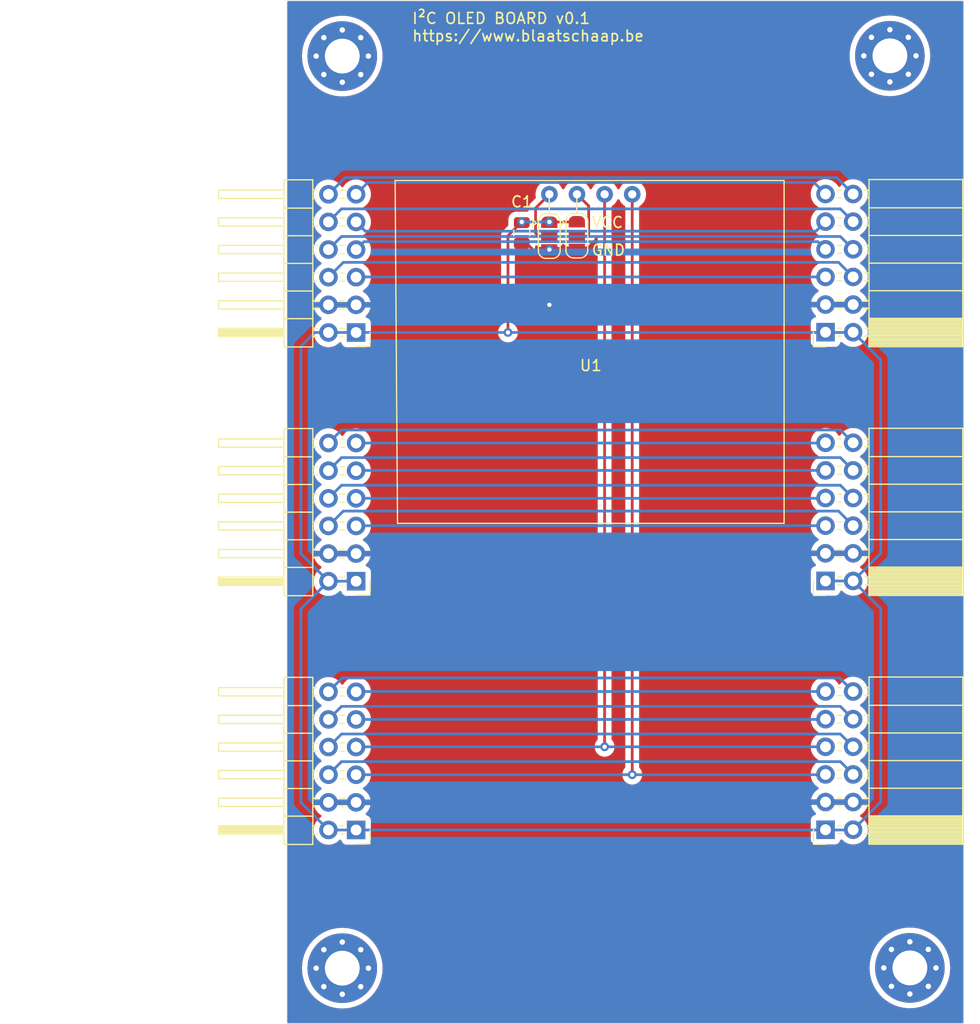
<source format=kicad_pcb>
(kicad_pcb (version 20221018) (generator pcbnew)
  (layers (0 "F.Cu" signal) (31 "B.Cu" signal) (34 "B.Paste" user "B.Plakken") (35 "F.Paste" user "F.Plakken") (36 "B.SilkS" user "B.Silkscreen") (37 "F.SilkS" user "F.Silkscreen") (38 "B.Mask" user) (39 "F.Mask" user "F. masker") (44 "Edge.Cuts" user))
  (net 0 "")
  (net 1 "SCL")
  (net 2 "SDA")
  (net 3 "IO4")
  (net 4 "IO3")
  (net 5 "RESET")
  (net 6 "IO2")
  (net 7 "INT")
  (net 8 "IO1")
  (net 9 "PWR1")
  (net 10 "PWR2")
  (net 11 "PMOD_UART_RESET")
  (net 12 "PMOD_UART_INT")
  (net 13 "PMOD_UART_CTS")
  (net 14 "PMOD_UART_TXD")
  (net 15 "PMOD_UART_GPIO3")
  (net 16 "PMOD_UART_RXD")
  (net 17 "PMOD_UART_GPIO4")
  (net 18 "PMOD_UART_RTS")
  (net 19 "PMOD_SPI_INT")
  (net 20 "PMOD_SPI_CS")
  (net 21 "PMOD_SPI_RESET")
  (net 22 "PMOD_SPI_MOSI")
  (net 23 "PMOD_SPI_CS2")
  (net 24 "PMOD_SPI_MISO")
  (net 25 "PMOD_SPI_CS3")
  (net 26 "PMOD_SPI_SCK")
  (net 27 "VCC")
  (net 28 "GND")
  (footprint "Connector_PinHeader_2.54mm:PinHeader_2x06_P2.54mm_Horizontal" (layer "F.Cu") (at 74.9425 118.1225 180)
    (fp_text reference "J1" hide)
    (fp_text value "Conn_02x06_Odd_Even")
    (pad "1" thru_hole rect (at 0 0 180) (size 1.7 1.7) (drill 1) (layers "*.Cu" "*.Mask") (net 27 "VCC"))
    (pad "2" thru_hole oval (at 2.54 0 180) (size 1.7 1.7) (drill 1) (layers "*.Cu" "*.Mask") (net 27 "VCC"))
    (pad "3" thru_hole oval (at 0 2.54 180) (size 1.7 1.7) (drill 1) (layers "*.Cu" "*.Mask") (net 28 "GND"))
    (pad "4" thru_hole oval (at 2.54 2.54 180) (size 1.7 1.7) (drill 1) (layers "*.Cu" "*.Mask") (net 28 "GND"))
    (pad "5" thru_hole oval (at 0 5.08 180) (size 1.7 1.7) (drill 1) (layers "*.Cu" "*.Mask") (net 2 "SDA"))
    (pad "6" thru_hole oval (at 2.54 5.08 180) (size 1.7 1.7) (drill 1) (layers "*.Cu" "*.Mask") (net 3 "IO4"))
    (pad "7" thru_hole oval (at 0 7.62 180) (size 1.7 1.7) (drill 1) (layers "*.Cu" "*.Mask") (net 1 "SCL"))
    (pad "8" thru_hole oval (at 2.54 7.62 180) (size 1.7 1.7) (drill 1) (layers "*.Cu" "*.Mask") (net 4 "IO3"))
    (pad "9" thru_hole oval (at 0 10.16 180) (size 1.7 1.7) (drill 1) (layers "*.Cu" "*.Mask") (net 5 "RESET"))
    (pad "10" thru_hole oval (at 2.54 10.16 180) (size 1.7 1.7) (drill 1) (layers "*.Cu" "*.Mask") (net 6 "IO2"))
    (pad "11" thru_hole oval (at 0 12.7 180) (size 1.7 1.7) (drill 1) (layers "*.Cu" "*.Mask") (net 7 "INT"))
    (pad "12" thru_hole oval (at 2.54 12.7 180) (size 1.7 1.7) (drill 1) (layers "*.Cu" "*.Mask") (net 8 "IO1"))
  )
  (footprint "Connector_PinHeader_2.54mm:PinHeader_2x06_P2.54mm_Horizontal" (layer "F.Cu") (at 74.9425 95.2625 180)
    (fp_text reference "J2" hide)
    (fp_text value "Conn_02x06_Odd_Even")
    (pad "1" thru_hole rect (at 0 0 180) (size 1.7 1.7) (drill 1) (layers "*.Cu" "*.Mask") (net 27 "VCC"))
    (pad "2" thru_hole oval (at 2.54 0 180) (size 1.7 1.7) (drill 1) (layers "*.Cu" "*.Mask") (net 27 "VCC"))
    (pad "3" thru_hole oval (at 0 2.54 180) (size 1.7 1.7) (drill 1) (layers "*.Cu" "*.Mask") (net 28 "GND"))
    (pad "4" thru_hole oval (at 2.54 2.54 180) (size 1.7 1.7) (drill 1) (layers "*.Cu" "*.Mask") (net 28 "GND"))
    (pad "5" thru_hole oval (at 0 5.08 180) (size 1.7 1.7) (drill 1) (layers "*.Cu" "*.Mask") (net 18 "PMOD_UART_RTS"))
    (pad "6" thru_hole oval (at 2.54 5.08 180) (size 1.7 1.7) (drill 1) (layers "*.Cu" "*.Mask") (net 17 "PMOD_UART_GPIO4"))
    (pad "7" thru_hole oval (at 0 7.62 180) (size 1.7 1.7) (drill 1) (layers "*.Cu" "*.Mask") (net 16 "PMOD_UART_RXD"))
    (pad "8" thru_hole oval (at 2.54 7.62 180) (size 1.7 1.7) (drill 1) (layers "*.Cu" "*.Mask") (net 15 "PMOD_UART_GPIO3"))
    (pad "9" thru_hole oval (at 0 10.16 180) (size 1.7 1.7) (drill 1) (layers "*.Cu" "*.Mask") (net 14 "PMOD_UART_TXD"))
    (pad "10" thru_hole oval (at 2.54 10.16 180) (size 1.7 1.7) (drill 1) (layers "*.Cu" "*.Mask") (net 11 "PMOD_UART_RESET"))
    (pad "11" thru_hole oval (at 0 12.7 180) (size 1.7 1.7) (drill 1) (layers "*.Cu" "*.Mask") (net 13 "PMOD_UART_CTS"))
    (pad "12" thru_hole oval (at 2.54 12.7 180) (size 1.7 1.7) (drill 1) (layers "*.Cu" "*.Mask") (net 12 "PMOD_UART_INT"))
  )
  (footprint "Connector_PinHeader_2.54mm:PinHeader_2x06_P2.54mm_Horizontal" (layer "F.Cu") (at 74.9425 72.4025 180)
    (fp_text reference "J3" hide)
    (fp_text value "Conn_02x06_Odd_Even")
    (pad "1" thru_hole rect (at 0 0 180) (size 1.7 1.7) (drill 1) (layers "*.Cu" "*.Mask") (net 27 "VCC"))
    (pad "2" thru_hole oval (at 2.54 0 180) (size 1.7 1.7) (drill 1) (layers "*.Cu" "*.Mask") (net 27 "VCC"))
    (pad "3" thru_hole oval (at 0 2.54 180) (size 1.7 1.7) (drill 1) (layers "*.Cu" "*.Mask") (net 28 "GND"))
    (pad "4" thru_hole oval (at 2.54 2.54 180) (size 1.7 1.7) (drill 1) (layers "*.Cu" "*.Mask") (net 28 "GND"))
    (pad "5" thru_hole oval (at 0 5.08 180) (size 1.7 1.7) (drill 1) (layers "*.Cu" "*.Mask") (net 26 "PMOD_SPI_SCK"))
    (pad "6" thru_hole oval (at 2.54 5.08 180) (size 1.7 1.7) (drill 1) (layers "*.Cu" "*.Mask") (net 25 "PMOD_SPI_CS3"))
    (pad "7" thru_hole oval (at 0 7.62 180) (size 1.7 1.7) (drill 1) (layers "*.Cu" "*.Mask") (net 24 "PMOD_SPI_MISO"))
    (pad "8" thru_hole oval (at 2.54 7.62 180) (size 1.7 1.7) (drill 1) (layers "*.Cu" "*.Mask") (net 23 "PMOD_SPI_CS2"))
    (pad "9" thru_hole oval (at 0 10.16 180) (size 1.7 1.7) (drill 1) (layers "*.Cu" "*.Mask") (net 22 "PMOD_SPI_MOSI"))
    (pad "10" thru_hole oval (at 2.54 10.16 180) (size 1.7 1.7) (drill 1) (layers "*.Cu" "*.Mask") (net 21 "PMOD_SPI_RESET"))
    (pad "11" thru_hole oval (at 0 12.7 180) (size 1.7 1.7) (drill 1) (layers "*.Cu" "*.Mask") (net 20 "PMOD_SPI_CS"))
    (pad "12" thru_hole oval (at 2.54 12.7 180) (size 1.7 1.7) (drill 1) (layers "*.Cu" "*.Mask") (net 19 "PMOD_SPI_INT"))
  )
  (footprint "Connector_PinSocket_2.54mm:PinSocket_2x06_P2.54mm_Horizontal" (layer "F.Cu") (at 118.1225 118.0975 180)
    (fp_text reference "J4" hide)
    (fp_text value "Conn_02x06_Odd_Even")
    (pad "1" thru_hole rect (at 0 0 180) (size 1.7 1.7) (drill 1) (layers "*.Cu" "*.Mask") (net 27 "VCC"))
    (pad "2" thru_hole oval (at -2.54 0 180) (size 1.7 1.7) (drill 1) (layers "*.Cu" "*.Mask") (net 27 "VCC"))
    (pad "3" thru_hole oval (at 0 2.54 180) (size 1.7 1.7) (drill 1) (layers "*.Cu" "*.Mask") (net 28 "GND"))
    (pad "4" thru_hole oval (at -2.54 2.54 180) (size 1.7 1.7) (drill 1) (layers "*.Cu" "*.Mask") (net 28 "GND"))
    (pad "5" thru_hole oval (at 0 5.08 180) (size 1.7 1.7) (drill 1) (layers "*.Cu" "*.Mask") (net 2 "SDA"))
    (pad "6" thru_hole oval (at -2.54 5.08 180) (size 1.7 1.7) (drill 1) (layers "*.Cu" "*.Mask") (net 3 "IO4"))
    (pad "7" thru_hole oval (at 0 7.62 180) (size 1.7 1.7) (drill 1) (layers "*.Cu" "*.Mask") (net 1 "SCL"))
    (pad "8" thru_hole oval (at -2.54 7.62 180) (size 1.7 1.7) (drill 1) (layers "*.Cu" "*.Mask") (net 4 "IO3"))
    (pad "9" thru_hole oval (at 0 10.16 180) (size 1.7 1.7) (drill 1) (layers "*.Cu" "*.Mask") (net 5 "RESET"))
    (pad "10" thru_hole oval (at -2.54 10.16 180) (size 1.7 1.7) (drill 1) (layers "*.Cu" "*.Mask") (net 6 "IO2"))
    (pad "11" thru_hole oval (at 0 12.7 180) (size 1.7 1.7) (drill 1) (layers "*.Cu" "*.Mask") (net 7 "INT"))
    (pad "12" thru_hole oval (at -2.54 12.7 180) (size 1.7 1.7) (drill 1) (layers "*.Cu" "*.Mask") (net 8 "IO1"))
  )
  (footprint "Connector_PinSocket_2.54mm:PinSocket_2x06_P2.54mm_Horizontal" (layer "F.Cu") (at 118.1225 95.2375 180)
    (fp_text reference "J5" hide)
    (fp_text value "Conn_02x06_Odd_Even")
    (pad "1" thru_hole rect (at 0 0 180) (size 1.7 1.7) (drill 1) (layers "*.Cu" "*.Mask") (net 27 "VCC"))
    (pad "2" thru_hole oval (at -2.54 0 180) (size 1.7 1.7) (drill 1) (layers "*.Cu" "*.Mask") (net 27 "VCC"))
    (pad "3" thru_hole oval (at 0 2.54 180) (size 1.7 1.7) (drill 1) (layers "*.Cu" "*.Mask") (net 28 "GND"))
    (pad "4" thru_hole oval (at -2.54 2.54 180) (size 1.7 1.7) (drill 1) (layers "*.Cu" "*.Mask") (net 28 "GND"))
    (pad "5" thru_hole oval (at 0 5.08 180) (size 1.7 1.7) (drill 1) (layers "*.Cu" "*.Mask") (net 18 "PMOD_UART_RTS"))
    (pad "6" thru_hole oval (at -2.54 5.08 180) (size 1.7 1.7) (drill 1) (layers "*.Cu" "*.Mask") (net 17 "PMOD_UART_GPIO4"))
    (pad "7" thru_hole oval (at 0 7.62 180) (size 1.7 1.7) (drill 1) (layers "*.Cu" "*.Mask") (net 16 "PMOD_UART_RXD"))
    (pad "8" thru_hole oval (at -2.54 7.62 180) (size 1.7 1.7) (drill 1) (layers "*.Cu" "*.Mask") (net 15 "PMOD_UART_GPIO3"))
    (pad "9" thru_hole oval (at 0 10.16 180) (size 1.7 1.7) (drill 1) (layers "*.Cu" "*.Mask") (net 14 "PMOD_UART_TXD"))
    (pad "10" thru_hole oval (at -2.54 10.16 180) (size 1.7 1.7) (drill 1) (layers "*.Cu" "*.Mask") (net 11 "PMOD_UART_RESET"))
    (pad "11" thru_hole oval (at 0 12.7 180) (size 1.7 1.7) (drill 1) (layers "*.Cu" "*.Mask") (net 13 "PMOD_UART_CTS"))
    (pad "12" thru_hole oval (at -2.54 12.7 180) (size 1.7 1.7) (drill 1) (layers "*.Cu" "*.Mask") (net 12 "PMOD_UART_INT"))
  )
  (footprint "Connector_PinSocket_2.54mm:PinSocket_2x06_P2.54mm_Horizontal" (layer "F.Cu") (at 118.1225 72.3775 180)
    (fp_text reference "J6" hide)
    (fp_text value "Conn_02x06_Odd_Even")
    (pad "1" thru_hole rect (at 0 0 180) (size 1.7 1.7) (drill 1) (layers "*.Cu" "*.Mask") (net 27 "VCC"))
    (pad "2" thru_hole oval (at -2.54 0 180) (size 1.7 1.7) (drill 1) (layers "*.Cu" "*.Mask") (net 27 "VCC"))
    (pad "3" thru_hole oval (at 0 2.54 180) (size 1.7 1.7) (drill 1) (layers "*.Cu" "*.Mask") (net 28 "GND"))
    (pad "4" thru_hole oval (at -2.54 2.54 180) (size 1.7 1.7) (drill 1) (layers "*.Cu" "*.Mask") (net 28 "GND"))
    (pad "5" thru_hole oval (at 0 5.08 180) (size 1.7 1.7) (drill 1) (layers "*.Cu" "*.Mask") (net 26 "PMOD_SPI_SCK"))
    (pad "6" thru_hole oval (at -2.54 5.08 180) (size 1.7 1.7) (drill 1) (layers "*.Cu" "*.Mask") (net 25 "PMOD_SPI_CS3"))
    (pad "7" thru_hole oval (at 0 7.62 180) (size 1.7 1.7) (drill 1) (layers "*.Cu" "*.Mask") (net 24 "PMOD_SPI_MISO"))
    (pad "8" thru_hole oval (at -2.54 7.62 180) (size 1.7 1.7) (drill 1) (layers "*.Cu" "*.Mask") (net 23 "PMOD_SPI_CS2"))
    (pad "9" thru_hole oval (at 0 10.16 180) (size 1.7 1.7) (drill 1) (layers "*.Cu" "*.Mask") (net 22 "PMOD_SPI_MOSI"))
    (pad "10" thru_hole oval (at -2.54 10.16 180) (size 1.7 1.7) (drill 1) (layers "*.Cu" "*.Mask") (net 21 "PMOD_SPI_RESET"))
    (pad "11" thru_hole oval (at 0 12.7 180) (size 1.7 1.7) (drill 1) (layers "*.Cu" "*.Mask") (net 20 "PMOD_SPI_CS"))
    (pad "12" thru_hole oval (at -2.54 12.7 180) (size 1.7 1.7) (drill 1) (layers "*.Cu" "*.Mask") (net 19 "PMOD_SPI_INT"))
  )
  (footprint "MountingHole:MountingHole_3.2mm_M3_Pad_Via" (layer "F.Cu") (at 73.6725 47.0025)
    (fp_text reference "H1" hide)
    (fp_text value "MountingHole")
    (pad "1" thru_hole circle (at -2.4 0) (size 0.8 0.8) (drill 0.5) (layers "*.Cu" "*.Mask"))
    (pad "1" thru_hole circle (at -1.697056 -1.697056) (size 0.8 0.8) (drill 0.5) (layers "*.Cu" "*.Mask"))
    (pad "1" thru_hole circle (at -1.697056 1.697056) (size 0.8 0.8) (drill 0.5) (layers "*.Cu" "*.Mask"))
    (pad "1" thru_hole circle (at 0 -2.4) (size 0.8 0.8) (drill 0.5) (layers "*.Cu" "*.Mask"))
    (pad "1" thru_hole circle (at 0 0) (size 6.4 6.4) (drill 3.2) (layers "*.Cu" "*.Mask"))
    (pad "1" thru_hole circle (at 0 2.4) (size 0.8 0.8) (drill 0.5) (layers "*.Cu" "*.Mask"))
    (pad "1" thru_hole circle (at 1.697056 -1.697056) (size 0.8 0.8) (drill 0.5) (layers "*.Cu" "*.Mask"))
    (pad "1" thru_hole circle (at 1.697056 1.697056) (size 0.8 0.8) (drill 0.5) (layers "*.Cu" "*.Mask"))
    (pad "1" thru_hole circle (at 2.4 0) (size 0.8 0.8) (drill 0.5) (layers "*.Cu" "*.Mask"))
  )
  (footprint "MountingHole:MountingHole_3.2mm_M3_Pad_Via" (layer "F.Cu") (at 73.6725 130.8225)
    (fp_text reference "H2" hide)
    (fp_text value "MountingHole")
    (pad "1" thru_hole circle (at -2.4 0) (size 0.8 0.8) (drill 0.5) (layers "*.Cu" "*.Mask"))
    (pad "1" thru_hole circle (at -1.697056 -1.697056) (size 0.8 0.8) (drill 0.5) (layers "*.Cu" "*.Mask"))
    (pad "1" thru_hole circle (at -1.697056 1.697056) (size 0.8 0.8) (drill 0.5) (layers "*.Cu" "*.Mask"))
    (pad "1" thru_hole circle (at 0 -2.4) (size 0.8 0.8) (drill 0.5) (layers "*.Cu" "*.Mask"))
    (pad "1" thru_hole circle (at 0 0) (size 6.4 6.4) (drill 3.2) (layers "*.Cu" "*.Mask"))
    (pad "1" thru_hole circle (at 0 2.4) (size 0.8 0.8) (drill 0.5) (layers "*.Cu" "*.Mask"))
    (pad "1" thru_hole circle (at 1.697056 -1.697056) (size 0.8 0.8) (drill 0.5) (layers "*.Cu" "*.Mask"))
    (pad "1" thru_hole circle (at 1.697056 1.697056) (size 0.8 0.8) (drill 0.5) (layers "*.Cu" "*.Mask"))
    (pad "1" thru_hole circle (at 2.4 0) (size 0.8 0.8) (drill 0.5) (layers "*.Cu" "*.Mask"))
  )
  (footprint "MountingHole:MountingHole_3.2mm_M3_Pad_Via" (layer "F.Cu") (at 124.045444 46.9775)
    (fp_text reference "H3" hide)
    (fp_text value "MountingHole")
    (pad "1" thru_hole circle (at -2.4 0) (size 0.8 0.8) (drill 0.5) (layers "*.Cu" "*.Mask"))
    (pad "1" thru_hole circle (at -1.697056 -1.697056) (size 0.8 0.8) (drill 0.5) (layers "*.Cu" "*.Mask"))
    (pad "1" thru_hole circle (at -1.697056 1.697056) (size 0.8 0.8) (drill 0.5) (layers "*.Cu" "*.Mask"))
    (pad "1" thru_hole circle (at 0 -2.4) (size 0.8 0.8) (drill 0.5) (layers "*.Cu" "*.Mask"))
    (pad "1" thru_hole circle (at 0 0) (size 6.4 6.4) (drill 3.2) (layers "*.Cu" "*.Mask"))
    (pad "1" thru_hole circle (at 0 2.4) (size 0.8 0.8) (drill 0.5) (layers "*.Cu" "*.Mask"))
    (pad "1" thru_hole circle (at 1.697056 -1.697056) (size 0.8 0.8) (drill 0.5) (layers "*.Cu" "*.Mask"))
    (pad "1" thru_hole circle (at 1.697056 1.697056) (size 0.8 0.8) (drill 0.5) (layers "*.Cu" "*.Mask"))
    (pad "1" thru_hole circle (at 2.4 0) (size 0.8 0.8) (drill 0.5) (layers "*.Cu" "*.Mask"))
  )
  (footprint "MountingHole:MountingHole_3.2mm_M3_Pad_Via" (layer "F.Cu") (at 125.8825 130.7975)
    (fp_text reference "H4" hide)
    (fp_text value "MountingHole")
    (pad "1" thru_hole circle (at -2.4 0) (size 0.8 0.8) (drill 0.5) (layers "*.Cu" "*.Mask"))
    (pad "1" thru_hole circle (at -1.697056 -1.697056) (size 0.8 0.8) (drill 0.5) (layers "*.Cu" "*.Mask"))
    (pad "1" thru_hole circle (at -1.697056 1.697056) (size 0.8 0.8) (drill 0.5) (layers "*.Cu" "*.Mask"))
    (pad "1" thru_hole circle (at 0 -2.4) (size 0.8 0.8) (drill 0.5) (layers "*.Cu" "*.Mask"))
    (pad "1" thru_hole circle (at 0 0) (size 6.4 6.4) (drill 3.2) (layers "*.Cu" "*.Mask"))
    (pad "1" thru_hole circle (at 0 2.4) (size 0.8 0.8) (drill 0.5) (layers "*.Cu" "*.Mask"))
    (pad "1" thru_hole circle (at 1.697056 -1.697056) (size 0.8 0.8) (drill 0.5) (layers "*.Cu" "*.Mask"))
    (pad "1" thru_hole circle (at 1.697056 1.697056) (size 0.8 0.8) (drill 0.5) (layers "*.Cu" "*.Mask"))
    (pad "1" thru_hole circle (at 2.4 0) (size 0.8 0.8) (drill 0.5) (layers "*.Cu" "*.Mask"))
  )
  (footprint "Capacitor_SMD:C_0805_2012Metric" (layer "F.Cu") (at 90.1825 63.2585 -90)
    (fp_text reference "C1" (at -2.86 0) (layer "F.SilkS"))
    (fp_text value "C_Small")
    (pad "1" smd roundrect (at -0.95 0 270) (size 1 1.45) (layers "F.Cu" "F.Paste" "F.Mask") (net 27 "VCC"))
    (pad "2" smd roundrect (at 0.95 0 270) (size 1 1.45) (layers "F.Cu" "F.Paste" "F.Mask") (net 28 "GND"))
  )
  (footprint "Jumper:SolderJumper-3_P1.3mm_Open_RoundedPad1.0x1.5mm" (layer "F.Cu") (at 95.25 63.5 -90)
    (fp_text reference "JP2" hide)
    (fp_text value "SolderJumper_3_Open")
    (pad "1" smd custom (at -1.3 0 270) (size 1 0.5) (layers "F.Cu" "F.Mask") (net 27 "VCC") (options (clearance outline) (anchor rect)) (primitives (gr_circle (center 0 0.25) (end 0.5 0.25) (width 0) (fill yes)) (gr_circle (center 0 -0.25) (end 0.5 -0.25) (width 0) (fill yes)) (gr_poly (pts (xy 0.55 0.75) (xy 0 0.75) (xy 0 -0.75) (xy 0.55 -0.75)) (width 0) (fill yes))))
    (pad "2" smd rect (at 0 0 270) (size 1 1.5) (layers "F.Cu" "F.Mask") (net 10 "PWR2"))
    (pad "3" smd custom (at 1.3 0 270) (size 1 0.5) (layers "F.Cu" "F.Mask") (net 28 "GND") (options (clearance outline) (anchor rect)) (primitives (gr_circle (center 0 0.25) (end 0.5 0.25) (width 0) (fill yes)) (gr_circle (center 0 -0.25) (end 0.5 -0.25) (width 0) (fill yes)) (gr_poly (pts (xy 0 0.75) (xy -0.55 0.75) (xy -0.55 -0.75) (xy 0 -0.75)) (width 0) (fill yes))))
  )
  (footprint "Jumper:SolderJumper-3_P1.3mm_Open_RoundedPad1.0x1.5mm" (layer "F.Cu") (at 92.71 63.5425 -90)
    (fp_text reference "JP1" hide)
    (fp_text value "SolderJumper_3_Open")
    (pad "1" smd custom (at -1.3 0 270) (size 1 0.5) (layers "F.Cu" "F.Mask") (net 27 "VCC") (options (clearance outline) (anchor rect)) (primitives (gr_circle (center 0 0.25) (end 0.5 0.25) (width 0) (fill yes)) (gr_circle (center 0 -0.25) (end 0.5 -0.25) (width 0) (fill yes)) (gr_poly (pts (xy 0.55 0.75) (xy 0 0.75) (xy 0 -0.75) (xy 0.55 -0.75)) (width 0) (fill yes))))
    (pad "2" smd rect (at 0 0 270) (size 1 1.5) (layers "F.Cu" "F.Mask") (net 9 "PWR1"))
    (pad "3" smd custom (at 1.3 0 270) (size 1 0.5) (layers "F.Cu" "F.Mask") (net 28 "GND") (options (clearance outline) (anchor rect)) (primitives (gr_circle (center 0 0.25) (end 0.5 0.25) (width 0) (fill yes)) (gr_circle (center 0 -0.25) (end 0.5 -0.25) (width 0) (fill yes)) (gr_poly (pts (xy 0 0.75) (xy -0.55 0.75) (xy -0.55 -0.75) (xy 0 -0.75)) (width 0) (fill yes))))
  )
  (footprint "AvS_Modules:MOD_OLED_I2C_128x64_1.3" (layer "F.Cu") (at 96.5325 74.9425)
    (fp_text reference "U1" (at 0 0.5) (layer "F.SilkS"))
    (fp_text value "MOD_OLED_I2C")
    (pad "1" thru_hole circle (at -3.81 -15.24) (size 1.524 1.524) (drill 0.762) (layers "*.Cu" "*.Mask") (net 9 "PWR1"))
    (pad "2" thru_hole circle (at -1.27 -15.24) (size 1.524 1.524) (drill 0.762) (layers "*.Cu" "*.Mask") (net 10 "PWR2"))
    (pad "3" thru_hole circle (at 1.27 -15.24) (size 1.524 1.524) (drill 0.762) (layers "*.Cu" "*.Mask") (net 1 "SCL"))
    (pad "4" thru_hole circle (at 3.81 -15.24) (size 1.524 1.524) (drill 0.762) (layers "*.Cu" "*.Mask") (net 2 "SDA"))
  )
  (gr_line (start 92.71 61.4925) (end 92.71 59.69) (stroke (width 0.12)) (layer "F.SilkS"))
  (gr_line (start 95.25 61.45) (end 95.25 59.69) (stroke (width 0.12)) (layer "F.SilkS"))
  (gr_line (start 130.8225 135.9025) (end 68.5925 135.9025) (stroke (width 0.05)) (layer "Edge.Cuts"))
  (gr_line (start 68.5925 41.9225) (end 130.8225 41.9225) (stroke (width 0.05)) (layer "Edge.Cuts"))
  (gr_line (start 68.5925 41.9225) (end 68.5925 135.9025) (stroke (width 0.05)) (layer "Edge.Cuts"))
  (gr_line (start 130.8225 41.9225) (end 130.8225 135.9025) (stroke (width 0.05)) (layer "Edge.Cuts"))
  (gr_text "GND" (at 96.5325 65.4175) (layer "F.SilkS") (effects (font (size 1 1)) (justify left bottom)))
  (gr_text "I²C OLED BOARD v0.1\nhttps://www.blaatschaap.be" (at 80.0225 45.7325) (layer "F.SilkS") (effects (font (size 1 1)) (justify left bottom)))
  (gr_text "VCC" (at 96.5325 62.8775) (layer "F.SilkS") (effects (font (size 1 1)) (justify left bottom)))
  (segment (start 97.8025 59.7025) (end 97.8025 110.4775) (width 0.25) (layer "F.Cu") (net 1))
  (via (at 97.8025 110.4775) (size 0.8) (drill 0.4) (layers "F.Cu" "B.Cu") (net 1))
  (segment (start 97.8025 110.4775) (end 74.9675 110.4775) (width 0.25) (layer "B.Cu") (net 1))
  (segment (start 74.9675 110.4775) (end 74.9425 110.5025) (width 0.25) (layer "B.Cu") (net 1))
  (segment (start 118.1225 110.4775) (end 97.8025 110.4775) (width 0.25) (layer "B.Cu") (net 1))
  (segment (start 100.3425 59.7025) (end 100.3425 113.0425) (width 0.25) (layer "F.Cu") (net 2))
  (via (at 100.3425 113.0425) (size 0.8) (drill 0.4) (layers "F.Cu" "B.Cu") (net 2))
  (segment (start 74.9425 113.0425) (end 100.3425 113.0425) (width 0.25) (layer "B.Cu") (net 2))
  (segment (start 100.3425 113.0425) (end 118.0975 113.0425) (width 0.25) (layer "B.Cu") (net 2))
  (segment (start 118.0975 113.0425) (end 118.1225 113.0175) (width 0.25) (layer "B.Cu") (net 2))
  (segment (start 119.4875 111.8425) (end 73.6025 111.8425) (width 0.25) (layer "B.Cu") (net 3))
  (segment (start 120.6625 113.0175) (end 119.4875 111.8425) (width 0.25) (layer "B.Cu") (net 3))
  (segment (start 73.6025 111.8425) (end 72.4025 113.0425) (width 0.25) (layer "B.Cu") (net 3))
  (segment (start 73.6025 109.3025) (end 119.4875 109.3025) (width 0.25) (layer "B.Cu") (net 4))
  (segment (start 72.4025 110.5025) (end 73.6025 109.3025) (width 0.25) (layer "B.Cu") (net 4))
  (segment (start 119.4875 109.3025) (end 120.6625 110.4775) (width 0.25) (layer "B.Cu") (net 4))
  (segment (start 74.9425 107.9625) (end 118.0975 107.9625) (width 0.25) (layer "B.Cu") (net 5))
  (segment (start 118.0975 107.9625) (end 118.1225 107.9375) (width 0.25) (layer "B.Cu") (net 5))
  (segment (start 73.6025 106.7625) (end 72.4025 107.9625) (width 0.25) (layer "B.Cu") (net 6))
  (segment (start 119.4875 106.7625) (end 73.6025 106.7625) (width 0.25) (layer "B.Cu") (net 6))
  (segment (start 120.6625 107.9375) (end 119.4875 106.7625) (width 0.25) (layer "B.Cu") (net 6))
  (segment (start 118.1225 105.3975) (end 74.9675 105.3975) (width 0.25) (layer "B.Cu") (net 7))
  (segment (start 74.9675 105.3975) (end 74.9425 105.4225) (width 0.25) (layer "B.Cu") (net 7))
  (segment (start 73.6725 104.1525) (end 119.4175 104.1525) (width 0.25) (layer "B.Cu") (net 8))
  (segment (start 119.4175 104.1525) (end 120.6625 105.3975) (width 0.25) (layer "B.Cu") (net 8))
  (segment (start 72.4025 105.4225) (end 73.6725 104.1525) (width 0.25) (layer "B.Cu") (net 8))
  (segment (start 92.7225 63.5425) (end 91.7225 63.5425) (width 0.25) (layer "F.Cu") (net 9))
  (segment (start 91.4525 63.2725) (end 91.4525 60.9725) (width 0.25) (layer "F.Cu") (net 9))
  (segment (start 91.7225 63.5425) (end 91.4525 63.2725) (width 0.25) (layer "F.Cu") (net 9))
  (segment (start 91.4525 60.9725) (end 92.7225 59.7025) (width 0.25) (layer "F.Cu") (net 9))
  (segment (start 96.3375 63.4675) (end 96.3375 60.7775) (width 0.25) (layer "F.Cu") (net 10))
  (segment (start 96.2625 63.5425) (end 96.3375 63.4675) (width 0.25) (layer "F.Cu") (net 10))
  (segment (start 96.3375 60.7775) (end 95.2625 59.7025) (width 0.25) (layer "F.Cu") (net 10))
  (segment (start 95.2625 63.5425) (end 96.2625 63.5425) (width 0.25) (layer "F.Cu") (net 10))
  (segment (start 119.4875 83.9025) (end 120.6625 85.0775) (width 0.25) (layer "B.Cu") (net 11))
  (segment (start 72.4025 85.1025) (end 73.6025 83.9025) (width 0.25) (layer "B.Cu") (net 11))
  (segment (start 73.6025 83.9025) (end 119.4875 83.9025) (width 0.25) (layer "B.Cu") (net 11))
  (segment (start 119.4875 81.3625) (end 73.6025 81.3625) (width 0.25) (layer "B.Cu") (net 12))
  (segment (start 120.6625 82.5375) (end 119.4875 81.3625) (width 0.25) (layer "B.Cu") (net 12))
  (segment (start 73.6025 81.3625) (end 72.4025 82.5625) (width 0.25) (layer "B.Cu") (net 12))
  (segment (start 74.9425 82.5625) (end 118.0975 82.5625) (width 0.25) (layer "B.Cu") (net 13))
  (segment (start 118.0975 82.5625) (end 118.1225 82.5375) (width 0.25) (layer "B.Cu") (net 13))
  (segment (start 118.1225 85.0775) (end 74.9675 85.0775) (width 0.25) (layer "B.Cu") (net 14))
  (segment (start 74.9675 85.0775) (end 74.9425 85.1025) (width 0.25) (layer "B.Cu") (net 14))
  (segment (start 73.6025 86.4425) (end 72.4025 87.6425) (width 0.25) (layer "B.Cu") (net 15))
  (segment (start 119.4875 86.4425) (end 73.6025 86.4425) (width 0.25) (layer "B.Cu") (net 15))
  (segment (start 120.6625 87.6175) (end 119.4875 86.4425) (width 0.25) (layer "B.Cu") (net 15))
  (segment (start 74.9425 87.6425) (end 118.0975 87.6425) (width 0.25) (layer "B.Cu") (net 16))
  (segment (start 118.0975 87.6425) (end 118.1225 87.6175) (width 0.25) (layer "B.Cu") (net 16))
  (segment (start 72.4025 90.1825) (end 73.7675 88.8175) (width 0.25) (layer "B.Cu") (net 17))
  (segment (start 119.3225 88.8175) (end 120.6625 90.1575) (width 0.25) (layer "B.Cu") (net 17))
  (segment (start 73.7675 88.8175) (end 119.3225 88.8175) (width 0.25) (layer "B.Cu") (net 17))
  (segment (start 118.1225 90.1575) (end 74.9675 90.1575) (width 0.25) (layer "B.Cu") (net 18))
  (segment (start 74.9675 90.1575) (end 74.9425 90.1825) (width 0.25) (layer "B.Cu") (net 18))
  (segment (start 73.9395 58.1655) (end 119.1505 58.1655) (width 0.25) (layer "B.Cu") (net 19))
  (segment (start 119.1505 58.1655) (end 120.6625 59.6775) (width 0.25) (layer "B.Cu") (net 19))
  (segment (start 72.4025 59.7025) (end 73.9395 58.1655) (width 0.25) (layer "B.Cu") (net 19))
  (segment (start 74.9425 59.7025) (end 76.0295 58.6155) (width 0.25) (layer "B.Cu") (net 20))
  (segment (start 76.0295 58.6155) (end 117.0605 58.6155) (width 0.25) (layer "B.Cu") (net 20))
  (segment (start 117.0605 58.6155) (end 118.1225 59.6775) (width 0.25) (layer "B.Cu") (net 20))
  (segment (start 72.4025 62.2425) (end 73.6025 61.0425) (width 0.25) (layer "B.Cu") (net 21))
  (segment (start 119.4875 61.0425) (end 120.6625 62.2175) (width 0.25) (layer "B.Cu") (net 21))
  (segment (start 73.6025 61.0425) (end 119.4875 61.0425) (width 0.25) (layer "B.Cu") (net 21))
  (segment (start 74.9675 62.2175) (end 74.9425 62.2425) (width 0.25) (layer "B.Cu") (net 22))
  (segment (start 74.9425 62.2425) (end 75.7925 63.0925) (width 0.25) (layer "B.Cu") (net 22))
  (segment (start 75.7925 63.0925) (end 117.2475 63.0925) (width 0.25) (layer "B.Cu") (net 22))
  (segment (start 117.2475 63.0925) (end 118.1225 62.2175) (width 0.25) (layer "B.Cu") (net 22))
  (segment (start 72.4025 64.7825) (end 73.6025 63.5825) (width 0.25) (layer "B.Cu") (net 23))
  (segment (start 119.4875 63.5825) (end 120.6625 64.7575) (width 0.25) (layer "B.Cu") (net 23))
  (segment (start 73.6025 63.5825) (end 119.4875 63.5825) (width 0.25) (layer "B.Cu") (net 23))
  (segment (start 75.6675 64.0575) (end 74.9425 64.7825) (width 0.25) (layer "B.Cu") (net 24))
  (segment (start 118.0975 64.7825) (end 118.1225 64.7575) (width 0.25) (layer "B.Cu") (net 24))
  (segment (start 118.1225 64.7575) (end 117.4225 64.0575) (width 0.25) (layer "B.Cu") (net 24))
  (segment (start 117.4225 64.0575) (end 75.6675 64.0575) (width 0.25) (layer "B.Cu") (net 24))
  (segment (start 119.3225 65.9575) (end 120.6625 67.2975) (width 0.25) (layer "B.Cu") (net 25))
  (segment (start 72.4025 67.3225) (end 73.7675 65.9575) (width 0.25) (layer "B.Cu") (net 25))
  (segment (start 73.7675 65.9575) (end 119.3225 65.9575) (width 0.25) (layer "B.Cu") (net 25))
  (segment (start 74.9675 67.2975) (end 74.9425 67.3225) (width 0.25) (layer "B.Cu") (net 26))
  (segment (start 118.1225 67.2975) (end 74.9675 67.2975) (width 0.25) (layer "B.Cu") (net 26))
  (segment (start 90.1825 62.2425) (end 88.9125 63.5125) (width 0.25) (layer "F.Cu") (net 27))
  (segment (start 88.9125 63.5125) (end 88.9125 72.4025) (width 0.25) (layer "F.Cu") (net 27))
  (segment (start 92.7225 62.2425) (end 95.2625 62.2425) (width 0.25) (layer "F.Cu") (net 27))
  (via (at 90.1825 62.2425) (size 0.8) (drill 0.4) (layers "F.Cu" "B.Cu") (net 27))
  (via (at 92.7225 62.2425) (size 0.8) (drill 0.4) (layers "F.Cu" "B.Cu") (net 27))
  (via (at 88.9125 72.4025) (size 0.8) (drill 0.4) (layers "F.Cu" "B.Cu") (net 27))
  (segment (start 69.8625 92.7225) (end 72.4025 95.2625) (width 0.25) (layer "B.Cu") (net 27))
  (segment (start 88.9125 72.4025) (end 90.1825 72.4025) (width 0.25) (layer "B.Cu") (net 27))
  (segment (start 69.8625 73.6725) (end 69.8625 92.7225) (width 0.25) (layer "B.Cu") (net 27))
  (segment (start 123.1775 115.5825) (end 120.6625 118.0975) (width 0.25) (layer "B.Cu") (net 27))
  (segment (start 123.2025 74.9175) (end 120.6625 72.3775) (width 0.25) (layer "B.Cu") (net 27))
  (segment (start 123.1775 92.7225) (end 123.2025 92.7225) (width 0.25) (layer "B.Cu") (net 27))
  (segment (start 123.2025 115.5825) (end 123.1775 115.5825) (width 0.25) (layer "B.Cu") (net 27))
  (segment (start 120.6375 118.1225) (end 120.6625 118.0975) (width 0.25) (layer "B.Cu") (net 27))
  (segment (start 72.4025 72.4025) (end 88.9125 72.4025) (width 0.25) (layer "B.Cu") (net 27))
  (segment (start 120.6625 95.2375) (end 123.1775 92.7225) (width 0.25) (layer "B.Cu") (net 27))
  (segment (start 120.6625 95.2375) (end 123.2025 97.7775) (width 0.25) (layer "B.Cu") (net 27))
  (segment (start 120.6625 95.2375) (end 118.1225 95.2375) (width 0.25) (layer "B.Cu") (net 27))
  (segment (start 74.9425 118.1225) (end 120.6375 118.1225) (width 0.25) (layer "B.Cu") (net 27))
  (segment (start 69.8625 115.5825) (end 72.4025 118.1225) (width 0.25) (layer "B.Cu") (net 27))
  (segment (start 72.4025 118.1225) (end 74.9425 118.1225) (width 0.25) (layer "B.Cu") (net 27))
  (segment (start 72.4025 95.2625) (end 74.9425 95.2625) (width 0.25) (layer "B.Cu") (net 27))
  (segment (start 72.4025 95.2625) (end 69.8625 97.8025) (width 0.25) (layer "B.Cu") (net 27))
  (segment (start 71.1325 72.4025) (end 69.8625 73.6725) (width 0.25) (layer "B.Cu") (net 27))
  (segment (start 72.4025 72.4025) (end 71.1325 72.4025) (width 0.25) (layer "B.Cu") (net 27))
  (segment (start 123.2025 97.7775) (end 123.2025 115.5825) (width 0.25) (layer "B.Cu") (net 27))
  (segment (start 123.2025 92.7225) (end 123.2025 74.9175) (width 0.25) (layer "B.Cu") (net 27))
  (segment (start 92.7225 62.2425) (end 90.1825 62.2425) (width 0.25) (layer "B.Cu") (net 27))
  (segment (start 120.6375 72.4025) (end 120.6625 72.3775) (width 0.25) (layer "B.Cu") (net 27))
  (segment (start 69.8625 97.8025) (end 69.8625 115.5825) (width 0.25) (layer "B.Cu") (net 27))
  (segment (start 90.1825 72.4025) (end 120.6375 72.4025) (width 0.25) (layer "B.Cu") (net 27))
  (segment (start 91.2665 64.8425) (end 90.6325 64.2085) (width 0.25) (layer "F.Cu") (net 28))
  (segment (start 92.7225 64.8425) (end 92.7225 69.8625) (width 0.25) (layer "F.Cu") (net 28))
  (segment (start 92.7225 64.8425) (end 91.2665 64.8425) (width 0.25) (layer "F.Cu") (net 28))
  (segment (start 92.7225 64.8425) (end 92.7225 64.7825) (width 0.25) (layer "F.Cu") (net 28))
  (segment (start 92.7225 64.7825) (end 95.2625 64.8425) (width 0.25) (layer "F.Cu") (net 28))
  (via (at 92.7225 69.8625) (size 0.8) (drill 0.4) (layers "F.Cu" "B.Cu") (net 28))
  (via (at 92.7225 64.7825) (size 0.8) (drill 0.4) (layers "F.Cu" "B.Cu") (net 28))
  (segment (start 92.7225 69.8625) (end 120.6375 69.8625) (width 0.25) (layer "B.Cu") (net 28))
  (segment (start 72.4025 69.8625) (end 92.7225 69.8625) (width 0.25) (layer "B.Cu") (net 28))
  (segment (start 120.6375 69.8625) (end 120.6625 69.8375) (width 0.25) (layer "B.Cu") (net 28))
  (zone (net 28) (net_name "GND") (layers "F&B.Cu") (connect_pads (clearance 0.508)) (min_thickness 0.25) (fill yes (thermal_gap 0.5) (thermal_bridge_width 0.5))
    (polygon (pts (xy 68.5925 41.9225) (xy 130.8225 41.9225) (xy 130.8225 135.9025) (xy 68.5925 135.9025)))
  )
)
</source>
